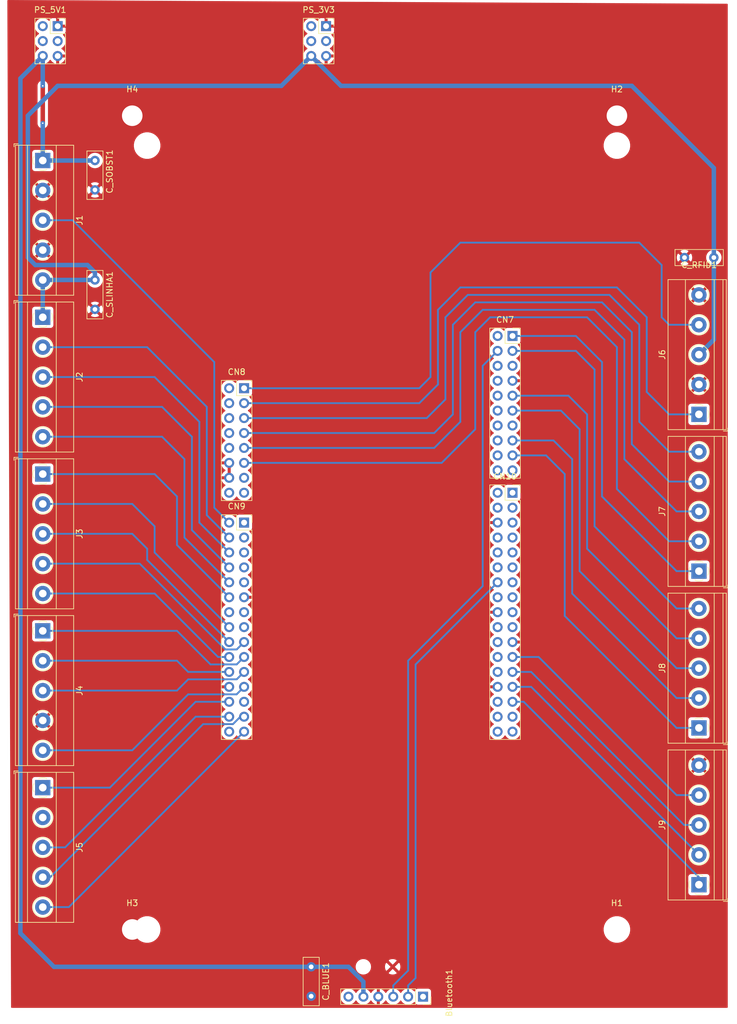
<source format=kicad_pcb>
(kicad_pcb (version 20171130) (host pcbnew "(5.1.9)-1")
  (layers (0 F.Cu signal) (31 B.Cu signal) (34 B.Paste user) (35 F.Paste user) (36 B.SilkS user) (37 F.SilkS user) (38 B.Mask user) (39 F.Mask user) (44 Edge.Cuts user))
  (net 0 "")
  (net 1 "Net-(Bluetooth1-Pad6)")
  (net 2 +5V)
  (net 3 GND)
  (net 4 PB15)
  (net 5 PB6)
  (net 6 "Net-(Bluetooth1-Pad1)")
  (net 7 PB4)
  (net 8 PF12)
  (net 9 PA4)
  (net 10 PD15)
  (net 11 PB3)
  (net 12 PD14)
  (net 13 PB5)
  (net 14 PA7)
  (net 15 PC7)
  (net 16 PA6)
  (net 17 PA15)
  (net 18 PA5)
  (net 19 PB12)
  (net 20 PB13)
  (net 21 AVDD)
  (net 22 PB9)
  (net 23 PC6)
  (net 24 PB8)
  (net 25 VIN)
  (net 26 PG3)
  (net 27 PG2)
  (net 28 PD2)
  (net 29 5V)
  (net 30 PC12)
  (net 31 3.3V)
  (net 32 PC11)
  (net 33 RSET)
  (net 34 PC10)
  (net 35 IOREF)
  (net 36 PC9)
  (net 37 NC)
  (net 38 PC8)
  (net 39 PG0)
  (net 40 PG1)
  (net 41 PD1)
  (net 42 PF9)
  (net 43 PD0)
  (net 44 PF7´)
  (net 45 PF8)
  (net 46 PF0)
  (net 47 PE3)
  (net 48 PF1)
  (net 49 PE6)
  (net 50 PF2)
  (net 51 PE5)
  (net 52 PE4)
  (net 53 PE2)
  (net 54 PF10)
  (net 55 PF5)
  (net 56 PD3)
  (net 57 PF3)
  (net 58 PD4)
  (net 59 PC3)
  (net 60 PD5)
  (net 61 PC0)
  (net 62 PD6)
  (net 63 PA3)
  (net 64 PD7)
  (net 65 PE0)
  (net 66 PB11)
  (net 67 PB0)
  (net 68 PB10)
  (net 69 PA0)
  (net 70 PE15)
  (net 71 PE14)
  (net 72 PE12)
  (net 73 PD11)
  (net 74 PE10)
  (net 75 PD12)
  (net 76 PD13)
  (net 77 PE7)
  (net 78 PE8)
  (net 79 PB2)
  (net 80 PG9)
  (net 81 PG14)
  (net 82 PF4)
  (net 83 PF15)
  (net 84 PC2)
  (net 85 PE13)
  (net 86 PB1)
  (net 87 PF14)
  (net 88 PE11)
  (net 89 AGND)
  (net 90 PE9)
  (net 91 PF13)
  (net 92 +3V3)
  (net 93 "Net-(PS_3V3-Pad4)")
  (net 94 "Net-(PS_3V3-Pad3)")
  (net 95 "Net-(PS_5V1-Pad4)")
  (net 96 "Net-(PS_5V1-Pad3)")
  (net 97 PF7)
  (module TerminalBlock_Phoenix:TerminalBlock_Phoenix_MKDS-1,5-5-5.08_1x05_P5.08mm_Horizontal (layer F.Cu) (at 160.02 173.99 90)
    (fp_text reference J9 (at 10.16 -6.26 90) (layer F.SilkS))
    (fp_text value Screw_Terminal_01x04)
    (pad 5 thru_hole circle (at 20.32 0 90) (size 2.6 2.6) (drill 1.3) (layers *.Cu *.Mask) (net 3 GND))
    (pad 4 thru_hole circle (at 15.24 0 90) (size 2.6 2.6) (drill 1.3) (layers *.Cu *.Mask) (net 74 PE10))
    (pad 3 thru_hole circle (at 10.16 0 90) (size 2.6 2.6) (drill 1.3) (layers *.Cu *.Mask) (net 72 PE12))
    (pad 2 thru_hole circle (at 5.08 0 90) (size 2.6 2.6) (drill 1.3) (layers *.Cu *.Mask) (net 71 PE14))
    (pad 1 thru_hole rect (at 0 0 90) (size 2.6 2.6) (drill 1.3) (layers *.Cu *.Mask) (net 70 PE15))
  )
  (module TerminalBlock_Phoenix:TerminalBlock_Phoenix_MKDS-1,5-5-5.08_1x05_P5.08mm_Horizontal (layer F.Cu) (at 160.02 147.32 90)
    (fp_text reference J8 (at 10.16 -6.26 90) (layer F.SilkS))
    (fp_text value Screw_Terminal_01x04)
    (pad 5 thru_hole circle (at 20.32 0 90) (size 2.6 2.6) (drill 1.3) (layers *.Cu *.Mask) (net 22 PB9))
    (pad 4 thru_hole circle (at 15.24 0 90) (size 2.6 2.6) (drill 1.3) (layers *.Cu *.Mask) (net 18 PA5))
    (pad 3 thru_hole circle (at 10.16 0 90) (size 2.6 2.6) (drill 1.3) (layers *.Cu *.Mask) (net 16 PA6))
    (pad 2 thru_hole circle (at 5.08 0 90) (size 2.6 2.6) (drill 1.3) (layers *.Cu *.Mask) (net 12 PD14))
    (pad 1 thru_hole rect (at 0 0 90) (size 2.6 2.6) (drill 1.3) (layers *.Cu *.Mask) (net 10 PD15))
  )
  (module TerminalBlock_Phoenix:TerminalBlock_Phoenix_MKDS-1,5-5-5.08_1x05_P5.08mm_Horizontal (layer F.Cu) (at 160.02 120.65 90)
    (fp_text reference J7 (at 10.16 -6.26 90) (layer F.SilkS))
    (fp_text value Screw_Terminal_01x04)
    (pad 5 thru_hole circle (at 20.32 0 90) (size 2.6 2.6) (drill 1.3) (layers *.Cu *.Mask) (net 34 PC10))
    (pad 4 thru_hole circle (at 15.24 0 90) (size 2.6 2.6) (drill 1.3) (layers *.Cu *.Mask) (net 32 PC11))
    (pad 3 thru_hole circle (at 10.16 0 90) (size 2.6 2.6) (drill 1.3) (layers *.Cu *.Mask) (net 30 PC12))
    (pad 2 thru_hole circle (at 5.08 0 90) (size 2.6 2.6) (drill 1.3) (layers *.Cu *.Mask) (net 28 PD2))
    (pad 1 thru_hole rect (at 0 0 90) (size 2.6 2.6) (drill 1.3) (layers *.Cu *.Mask) (net 24 PB8))
  )
  (module TerminalBlock_Phoenix:TerminalBlock_Phoenix_MKDS-1,5-5-5.08_1x05_P5.08mm_Horizontal (layer F.Cu) (at 160.02 93.98 90)
    (fp_text reference J6 (at 10.16 -6.26 90) (layer F.SilkS))
    (fp_text value Screw_Terminal_01x04)
    (pad 5 thru_hole circle (at 20.32 0 90) (size 2.6 2.6) (drill 1.3) (layers *.Cu *.Mask) (net 3 GND))
    (pad 4 thru_hole circle (at 15.24 0 90) (size 2.6 2.6) (drill 1.3) (layers *.Cu *.Mask) (net 38 PC8))
    (pad 3 thru_hole circle (at 10.16 0 90) (size 2.6 2.6) (drill 1.3) (layers *.Cu *.Mask) (net 92 +3V3))
    (pad 2 thru_hole circle (at 5.08 0 90) (size 2.6 2.6) (drill 1.3) (layers *.Cu *.Mask) (net 3 GND))
    (pad 1 thru_hole rect (at 0 0 90) (size 2.6 2.6) (drill 1.3) (layers *.Cu *.Mask) (net 36 PC9))
  )
  (module Capacitor_THT:C_Disc_D8.0mm_W2.5mm_P5.00mm (layer F.Cu) (at 57.15 50.8 270)
    (fp_text reference C_SOBST1 (at 1.88 -2.5 90) (layer F.SilkS))
    (fp_text value C)
    (pad 2 thru_hole circle (at 5 0 270) (size 1.6 1.6) (drill 0.8) (layers *.Cu *.Mask) (net 3 GND))
    (pad 1 thru_hole circle (at 0 0 270) (size 1.6 1.6) (drill 0.8) (layers *.Cu *.Mask) (net 2 +5V))
  )
  (module Capacitor_THT:C_Disc_D8.0mm_W2.5mm_P5.00mm (layer F.Cu) (at 57.15 71.12 270)
    (fp_text reference C_SLINHA1 (at 2.5 -2.5 90) (layer F.SilkS))
    (fp_text value C)
    (pad 2 thru_hole circle (at 5 0 270) (size 1.6 1.6) (drill 0.8) (layers *.Cu *.Mask) (net 3 GND))
    (pad 1 thru_hole circle (at 0 0 270) (size 1.6 1.6) (drill 0.8) (layers *.Cu *.Mask) (net 92 +3V3))
  )
  (module TerminalBlock_Phoenix:TerminalBlock_Phoenix_MKDS-1,5-5-5.08_1x05_P5.08mm_Horizontal (layer F.Cu) (at 48.26 50.8 270)
    (fp_text reference J1 (at 10.16 -6.26 90) (layer F.SilkS))
    (fp_text value Screw_Terminal_01x05)
    (pad 5 thru_hole circle (at 20.32 0 270) (size 2.6 2.6) (drill 1.3) (layers *.Cu *.Mask) (net 92 +3V3))
    (pad 4 thru_hole circle (at 15.24 0 270) (size 2.6 2.6) (drill 1.3) (layers *.Cu *.Mask) (net 3 GND))
    (pad 3 thru_hole circle (at 10.16 0 270) (size 2.6 2.6) (drill 1.3) (layers *.Cu *.Mask) (net 63 PA3))
    (pad 2 thru_hole circle (at 5.08 0 270) (size 2.6 2.6) (drill 1.3) (layers *.Cu *.Mask) (net 3 GND))
    (pad 1 thru_hole rect (at 0 0 270) (size 2.6 2.6) (drill 1.3) (layers *.Cu *.Mask) (net 2 +5V))
  )
  (module TerminalBlock_Phoenix:TerminalBlock_Phoenix_MKDS-1,5-5-5.08_1x05_P5.08mm_Horizontal (layer F.Cu) (at 48.26 157.48 270)
    (fp_text reference J5 (at 10.16 -6.26 90) (layer F.SilkS))
    (fp_text value Screw_Terminal_01x05)
    (pad 5 thru_hole circle (at 20.32 0 270) (size 2.6 2.6) (drill 1.3) (layers *.Cu *.Mask) (net 40 PG1))
    (pad 4 thru_hole circle (at 15.24 0 270) (size 2.6 2.6) (drill 1.3) (layers *.Cu *.Mask) (net 42 PF9))
    (pad 3 thru_hole circle (at 10.16 0 270) (size 2.6 2.6) (drill 1.3) (layers *.Cu *.Mask) (net 41 PD1))
    (pad 2 thru_hole circle (at 5.08 0 270) (size 2.6 2.6) (drill 1.3) (layers *.Cu *.Mask) (net 97 PF7))
    (pad 1 thru_hole rect (at 0 0 270) (size 2.6 2.6) (drill 1.3) (layers *.Cu *.Mask) (net 43 PD0))
  )
  (module TerminalBlock_Phoenix:TerminalBlock_Phoenix_MKDS-1,5-5-5.08_1x05_P5.08mm_Horizontal (layer F.Cu) (at 48.26 130.81 270)
    (fp_text reference J4 (at 10.16 -6.26 90) (layer F.SilkS))
    (fp_text value Screw_Terminal_01x05)
    (pad 5 thru_hole circle (at 20.32 0 270) (size 2.6 2.6) (drill 1.3) (layers *.Cu *.Mask) (net 45 PF8))
    (pad 4 thru_hole circle (at 15.24 0 270) (size 2.6 2.6) (drill 1.3) (layers *.Cu *.Mask) (net 3 GND))
    (pad 3 thru_hole circle (at 10.16 0 270) (size 2.6 2.6) (drill 1.3) (layers *.Cu *.Mask) (net 47 PE3))
    (pad 2 thru_hole circle (at 5.08 0 270) (size 2.6 2.6) (drill 1.3) (layers *.Cu *.Mask) (net 46 PF0))
    (pad 1 thru_hole rect (at 0 0 270) (size 2.6 2.6) (drill 1.3) (layers *.Cu *.Mask) (net 49 PE6))
  )
  (module TerminalBlock_Phoenix:TerminalBlock_Phoenix_MKDS-1,5-5-5.08_1x05_P5.08mm_Horizontal (layer F.Cu) (at 48.26 104.14 270)
    (fp_text reference J3 (at 10.16 -6.26 90) (layer F.SilkS))
    (fp_text value Screw_Terminal_01x05)
    (pad 5 thru_hole circle (at 20.32 0 270) (size 2.6 2.6) (drill 1.3) (layers *.Cu *.Mask) (net 48 PF1))
    (pad 4 thru_hole circle (at 15.24 0 270) (size 2.6 2.6) (drill 1.3) (layers *.Cu *.Mask) (net 51 PE5))
    (pad 3 thru_hole circle (at 10.16 0 270) (size 2.6 2.6) (drill 1.3) (layers *.Cu *.Mask) (net 50 PF2))
    (pad 2 thru_hole circle (at 5.08 0 270) (size 2.6 2.6) (drill 1.3) (layers *.Cu *.Mask) (net 14 PA7))
    (pad 1 thru_hole rect (at 0 0 270) (size 2.6 2.6) (drill 1.3) (layers *.Cu *.Mask) (net 54 PF10))
  )
  (module TerminalBlock_Phoenix:TerminalBlock_Phoenix_MKDS-1,5-5-5.08_1x05_P5.08mm_Horizontal (layer F.Cu) (at 48.26 77.47 270)
    (fp_text reference J2 (at 10.16 -6.26 90) (layer F.SilkS))
    (fp_text value Screw_Terminal_01x05)
    (pad 5 thru_hole circle (at 20.32 0 270) (size 2.6 2.6) (drill 1.3) (layers *.Cu *.Mask) (net 55 PF5))
    (pad 4 thru_hole circle (at 15.24 0 270) (size 2.6 2.6) (drill 1.3) (layers *.Cu *.Mask) (net 57 PF3))
    (pad 3 thru_hole circle (at 10.16 0 270) (size 2.6 2.6) (drill 1.3) (layers *.Cu *.Mask) (net 59 PC3))
    (pad 2 thru_hole circle (at 5.08 0 270) (size 2.6 2.6) (drill 1.3) (layers *.Cu *.Mask) (net 61 PC0))
    (pad 1 thru_hole rect (at 0 0 270) (size 2.6 2.6) (drill 1.3) (layers *.Cu *.Mask) (net 92 +3V3))
  )
  (module MountingHole:MountingHole_3.5mm (layer F.Cu) (at 63.5 43.18)
    (fp_text reference H4 (at 0 -4.5) (layer F.SilkS))
    (fp_text value MountingHole)
    (pad 1 np_thru_hole circle (at 0 0) (size 3.5 3.5) (drill 3.5) (layers *.Cu *.Mask))
  )
  (module MountingHole:MountingHole_3.5mm (layer F.Cu) (at 63.5 181.61)
    (fp_text reference H3 (at 0 -4.5) (layer F.SilkS))
    (fp_text value MountingHole)
    (pad 1 np_thru_hole circle (at 0 0) (size 3.5 3.5) (drill 3.5) (layers *.Cu *.Mask))
  )
  (module MountingHole:MountingHole_3.5mm (layer F.Cu) (at 146.05 43.18)
    (fp_text reference H2 (at 0 -4.5) (layer F.SilkS))
    (fp_text value MountingHole)
    (pad 1 np_thru_hole circle (at 0 0) (size 3.5 3.5) (drill 3.5) (layers *.Cu *.Mask))
  )
  (module MountingHole:MountingHole_3.5mm (layer F.Cu) (at 146.05 181.61)
    (fp_text reference H1 (at 0 -4.5) (layer F.SilkS))
    (fp_text value MountingHole)
    (pad 1 np_thru_hole circle (at 0 0) (size 3.5 3.5) (drill 3.5) (layers *.Cu *.Mask))
  )
  (module Capacitor_THT:C_Disc_D8.0mm_W2.5mm_P5.00mm (layer F.Cu) (at 162.56 67.31 180)
    (fp_text reference C_RFID1 (at 2.5 -1.27) (layer F.SilkS))
    (fp_text value C)
    (pad 2 thru_hole circle (at 5 0 180) (size 1.6 1.6) (drill 0.8) (layers *.Cu *.Mask) (net 3 GND))
    (pad 1 thru_hole circle (at 0 0 180) (size 1.6 1.6) (drill 0.8) (layers *.Cu *.Mask) (net 92 +3V3))
  )
  (module Capacitor_THT:C_Disc_D8.0mm_W2.5mm_P5.00mm (layer F.Cu) (at 93.98 187.96 270)
    (fp_text reference C_BLUE1 (at 2.5 -2.5 90) (layer F.SilkS))
    (fp_text value C)
    (pad 2 thru_hole circle (at 5 0 270) (size 1.6 1.6) (drill 0.8) (layers *.Cu *.Mask) (net 3 GND))
    (pad 1 thru_hole circle (at 0 0 270) (size 1.6 1.6) (drill 0.8) (layers *.Cu *.Mask) (net 2 +5V))
  )
  (module Connector_PinSocket_2.54mm:PinSocket_2x03_P2.54mm_Vertical (layer F.Cu) (at 50.8 27.94)
    (fp_text reference PS_5V1 (at -1.27 -2.77) (layer F.SilkS))
    (fp_text value Screw_Terminal_02x03)
    (pad 6 thru_hole oval (at -2.54 5.08) (size 1.7 1.7) (drill 1) (layers *.Cu *.Mask) (net 2 +5V))
    (pad 5 thru_hole oval (at 0 5.08) (size 1.7 1.7) (drill 1) (layers *.Cu *.Mask) (net 3 GND))
    (pad 4 thru_hole oval (at -2.54 2.54) (size 1.7 1.7) (drill 1) (layers *.Cu *.Mask) (net 95 "Net-(PS_5V1-Pad4)"))
    (pad 3 thru_hole oval (at 0 2.54) (size 1.7 1.7) (drill 1) (layers *.Cu *.Mask) (net 96 "Net-(PS_5V1-Pad3)"))
    (pad 2 thru_hole oval (at -2.54 0) (size 1.7 1.7) (drill 1) (layers *.Cu *.Mask) (net 2 +5V))
    (pad 1 thru_hole rect (at 0 0) (size 1.7 1.7) (drill 1) (layers *.Cu *.Mask) (net 3 GND))
  )
  (module Connector_PinSocket_2.54mm:PinSocket_2x03_P2.54mm_Vertical (layer F.Cu) (at 96.52 27.94)
    (fp_text reference PS_3V3 (at -1.27 -2.77) (layer F.SilkS))
    (fp_text value Screw_Terminal_02x03)
    (pad 6 thru_hole oval (at -2.54 5.08) (size 1.7 1.7) (drill 1) (layers *.Cu *.Mask) (net 92 +3V3))
    (pad 5 thru_hole oval (at 0 5.08) (size 1.7 1.7) (drill 1) (layers *.Cu *.Mask) (net 3 GND))
    (pad 4 thru_hole oval (at -2.54 2.54) (size 1.7 1.7) (drill 1) (layers *.Cu *.Mask) (net 93 "Net-(PS_3V3-Pad4)"))
    (pad 3 thru_hole oval (at 0 2.54) (size 1.7 1.7) (drill 1) (layers *.Cu *.Mask) (net 94 "Net-(PS_3V3-Pad3)"))
    (pad 2 thru_hole oval (at -2.54 0) (size 1.7 1.7) (drill 1) (layers *.Cu *.Mask) (net 92 +3V3))
    (pad 1 thru_hole rect (at 0 0) (size 1.7 1.7) (drill 1) (layers *.Cu *.Mask) (net 3 GND))
  )
  (module Connector_PinSocket_2.54mm:PinSocket_2x17_P2.54mm_Vertical (layer F.Cu) (at 128.27 107.315)
    (fp_text reference CN10 (at -1.27 -2.77) (layer F.SilkS))
    (fp_text value Conn_02x17_Odd_Even)
    (pad 34 thru_hole oval (at -2.54 40.64) (size 1.7 1.7) (drill 1) (layers *.Cu *.Mask) (net 65 PE0))
    (pad 33 thru_hole oval (at 0 40.64) (size 1.7 1.7) (drill 1) (layers *.Cu *.Mask) (net 66 PB11))
    (pad 32 thru_hole oval (at -2.54 38.1) (size 1.7 1.7) (drill 1) (layers *.Cu *.Mask) (net 67 PB0))
    (pad 31 thru_hole oval (at 0 38.1) (size 1.7 1.7) (drill 1) (layers *.Cu *.Mask) (net 68 PB10))
    (pad 30 thru_hole oval (at -2.54 35.56) (size 1.7 1.7) (drill 1) (layers *.Cu *.Mask) (net 69 PA0))
    (pad 29 thru_hole oval (at 0 35.56) (size 1.7 1.7) (drill 1) (layers *.Cu *.Mask) (net 70 PE15))
    (pad 28 thru_hole oval (at -2.54 33.02) (size 1.7 1.7) (drill 1) (layers *.Cu *.Mask) (net 3 GND))
    (pad 27 thru_hole oval (at 0 33.02) (size 1.7 1.7) (drill 1) (layers *.Cu *.Mask) (net 71 PE14))
    (pad 26 thru_hole oval (at -2.54 30.48) (size 1.7 1.7) (drill 1) (layers *.Cu *.Mask) (net 53 PE2))
    (pad 25 thru_hole oval (at 0 30.48) (size 1.7 1.7) (drill 1) (layers *.Cu *.Mask) (net 72 PE12))
    (pad 24 thru_hole oval (at -2.54 27.94) (size 1.7 1.7) (drill 1) (layers *.Cu *.Mask) (net 73 PD11))
    (pad 23 thru_hole oval (at 0 27.94) (size 1.7 1.7) (drill 1) (layers *.Cu *.Mask) (net 74 PE10))
    (pad 22 thru_hole oval (at -2.54 25.4) (size 1.7 1.7) (drill 1) (layers *.Cu *.Mask) (net 75 PD12))
    (pad 21 thru_hole oval (at 0 25.4) (size 1.7 1.7) (drill 1) (layers *.Cu *.Mask) (net 3 GND))
    (pad 20 thru_hole oval (at -2.54 22.86) (size 1.7 1.7) (drill 1) (layers *.Cu *.Mask) (net 76 PD13))
    (pad 19 thru_hole oval (at 0 22.86) (size 1.7 1.7) (drill 1) (layers *.Cu *.Mask) (net 77 PE7))
    (pad 18 thru_hole oval (at -2.54 20.32) (size 1.7 1.7) (drill 1) (layers *.Cu *.Mask) (net 3 GND))
    (pad 17 thru_hole oval (at 0 20.32) (size 1.7 1.7) (drill 1) (layers *.Cu *.Mask) (net 78 PE8))
    (pad 16 thru_hole oval (at -2.54 17.78) (size 1.7 1.7) (drill 1) (layers *.Cu *.Mask) (net 79 PB2))
    (pad 15 thru_hole oval (at 0 17.78) (size 1.7 1.7) (drill 1) (layers *.Cu *.Mask) (net 80 PG9))
    (pad 14 thru_hole oval (at -2.54 15.24) (size 1.7 1.7) (drill 1) (layers *.Cu *.Mask) (net 5 PB6))
    (pad 13 thru_hole oval (at 0 15.24) (size 1.7 1.7) (drill 1) (layers *.Cu *.Mask) (net 81 PG14))
    (pad 12 thru_hole oval (at -2.54 12.7) (size 1.7 1.7) (drill 1) (layers *.Cu *.Mask) (net 82 PF4))
    (pad 11 thru_hole oval (at 0 12.7) (size 1.7 1.7) (drill 1) (layers *.Cu *.Mask) (net 83 PF15))
    (pad 10 thru_hole oval (at -2.54 10.16) (size 1.7 1.7) (drill 1) (layers *.Cu *.Mask) (net 84 PC2))
    (pad 9 thru_hole oval (at 0 10.16) (size 1.7 1.7) (drill 1) (layers *.Cu *.Mask) (net 85 PE13))
    (pad 8 thru_hole oval (at -2.54 7.62) (size 1.7 1.7) (drill 1) (layers *.Cu *.Mask) (net 86 PB1))
    (pad 7 thru_hole oval (at 0 7.62) (size 1.7 1.7) (drill 1) (layers *.Cu *.Mask) (net 87 PF14))
    (pad 6 thru_hole oval (at -2.54 5.08) (size 1.7 1.7) (drill 1) (layers *.Cu *.Mask) (net 3 GND))
    (pad 5 thru_hole oval (at 0 5.08) (size 1.7 1.7) (drill 1) (layers *.Cu *.Mask) (net 88 PE11))
    (pad 4 thru_hole oval (at -2.54 2.54) (size 1.7 1.7) (drill 1) (layers *.Cu *.Mask) (net 89 AGND))
    (pad 3 thru_hole oval (at 0 2.54) (size 1.7 1.7) (drill 1) (layers *.Cu *.Mask) (net 90 PE9))
    (pad 2 thru_hole oval (at -2.54 0) (size 1.7 1.7) (drill 1) (layers *.Cu *.Mask) (net 21 AVDD))
    (pad 1 thru_hole rect (at 0 0) (size 1.7 1.7) (drill 1) (layers *.Cu *.Mask) (net 91 PF13))
  )
  (module Connector_PinSocket_2.54mm:PinSocket_2x15_P2.54mm_Vertical (layer F.Cu) (at 82.55 112.395)
    (fp_text reference CN9 (at -1.27 -2.77) (layer F.SilkS))
    (fp_text value Conn_02x15_Odd_Even)
    (pad 30 thru_hole oval (at -2.54 35.56) (size 1.7 1.7) (drill 1) (layers *.Cu *.Mask) (net 39 PG0))
    (pad 29 thru_hole oval (at 0 35.56) (size 1.7 1.7) (drill 1) (layers *.Cu *.Mask) (net 40 PG1))
    (pad 28 thru_hole oval (at -2.54 33.02) (size 1.7 1.7) (drill 1) (layers *.Cu *.Mask) (net 41 PD1))
    (pad 27 thru_hole oval (at 0 33.02) (size 1.7 1.7) (drill 1) (layers *.Cu *.Mask) (net 42 PF9))
    (pad 26 thru_hole oval (at -2.54 30.48) (size 1.7 1.7) (drill 1) (layers *.Cu *.Mask) (net 43 PD0))
    (pad 25 thru_hole oval (at 0 30.48) (size 1.7 1.7) (drill 1) (layers *.Cu *.Mask) (net 44 PF7´))
    (pad 24 thru_hole oval (at -2.54 27.94) (size 1.7 1.7) (drill 1) (layers *.Cu *.Mask) (net 3 GND))
    (pad 23 thru_hole oval (at 0 27.94) (size 1.7 1.7) (drill 1) (layers *.Cu *.Mask) (net 45 PF8))
    (pad 22 thru_hole oval (at -2.54 25.4) (size 1.7 1.7) (drill 1) (layers *.Cu *.Mask) (net 46 PF0))
    (pad 21 thru_hole oval (at 0 25.4) (size 1.7 1.7) (drill 1) (layers *.Cu *.Mask) (net 47 PE3))
    (pad 20 thru_hole oval (at -2.54 22.86) (size 1.7 1.7) (drill 1) (layers *.Cu *.Mask) (net 48 PF1))
    (pad 19 thru_hole oval (at 0 22.86) (size 1.7 1.7) (drill 1) (layers *.Cu *.Mask) (net 49 PE6))
    (pad 18 thru_hole oval (at -2.54 20.32) (size 1.7 1.7) (drill 1) (layers *.Cu *.Mask) (net 50 PF2))
    (pad 17 thru_hole oval (at 0 20.32) (size 1.7 1.7) (drill 1) (layers *.Cu *.Mask) (net 51 PE5))
    (pad 16 thru_hole oval (at -2.54 17.78) (size 1.7 1.7) (drill 1) (layers *.Cu *.Mask) (net 14 PA7))
    (pad 15 thru_hole oval (at 0 17.78) (size 1.7 1.7) (drill 1) (layers *.Cu *.Mask) (net 52 PE4))
    (pad 14 thru_hole oval (at -2.54 15.24) (size 1.7 1.7) (drill 1) (layers *.Cu *.Mask) (net 37 NC))
    (pad 13 thru_hole oval (at 0 15.24) (size 1.7 1.7) (drill 1) (layers *.Cu *.Mask) (net 53 PE2))
    (pad 12 thru_hole oval (at -2.54 12.7) (size 1.7 1.7) (drill 1) (layers *.Cu *.Mask) (net 54 PF10))
    (pad 11 thru_hole oval (at 0 12.7) (size 1.7 1.7) (drill 1) (layers *.Cu *.Mask) (net 3 GND))
    (pad 10 thru_hole oval (at -2.54 10.16) (size 1.7 1.7) (drill 1) (layers *.Cu *.Mask) (net 55 PF5))
    (pad 9 thru_hole oval (at 0 10.16) (size 1.7 1.7) (drill 1) (layers *.Cu *.Mask) (net 56 PD3))
    (pad 8 thru_hole oval (at -2.54 7.62) (size 1.7 1.7) (drill 1) (layers *.Cu *.Mask) (net 57 PF3))
    (pad 7 thru_hole oval (at 0 7.62) (size 1.7 1.7) (drill 1) (layers *.Cu *.Mask) (net 58 PD4))
    (pad 6 thru_hole oval (at -2.54 5.08) (size 1.7 1.7) (drill 1) (layers *.Cu *.Mask) (net 59 PC3))
    (pad 5 thru_hole oval (at 0 5.08) (size 1.7 1.7) (drill 1) (layers *.Cu *.Mask) (net 60 PD5))
    (pad 4 thru_hole oval (at -2.54 2.54) (size 1.7 1.7) (drill 1) (layers *.Cu *.Mask) (net 61 PC0))
    (pad 3 thru_hole oval (at 0 2.54) (size 1.7 1.7) (drill 1) (layers *.Cu *.Mask) (net 62 PD6))
    (pad 2 thru_hole oval (at -2.54 0) (size 1.7 1.7) (drill 1) (layers *.Cu *.Mask) (net 63 PA3))
    (pad 1 thru_hole rect (at 0 0) (size 1.7 1.7) (drill 1) (layers *.Cu *.Mask) (net 64 PD7))
  )
  (module Connector_PinSocket_2.54mm:PinSocket_2x08_P2.54mm_Vertical (layer F.Cu) (at 82.55 89.535)
    (fp_text reference CN8 (at -1.27 -2.77) (layer F.SilkS))
    (fp_text value Conn_02x08_Odd_Even)
    (pad 16 thru_hole oval (at -2.54 17.78) (size 1.7 1.7) (drill 1) (layers *.Cu *.Mask) (net 25 VIN))
    (pad 15 thru_hole oval (at 0 17.78) (size 1.7 1.7) (drill 1) (layers *.Cu *.Mask) (net 26 PG3))
    (pad 14 thru_hole oval (at -2.54 15.24) (size 1.7 1.7) (drill 1) (layers *.Cu *.Mask) (net 3 GND))
    (pad 13 thru_hole oval (at 0 15.24) (size 1.7 1.7) (drill 1) (layers *.Cu *.Mask) (net 27 PG2))
    (pad 12 thru_hole oval (at -2.54 12.7) (size 1.7 1.7) (drill 1) (layers *.Cu *.Mask) (net 3 GND))
    (pad 11 thru_hole oval (at 0 12.7) (size 1.7 1.7) (drill 1) (layers *.Cu *.Mask) (net 28 PD2))
    (pad 10 thru_hole oval (at -2.54 10.16) (size 1.7 1.7) (drill 1) (layers *.Cu *.Mask) (net 29 5V))
    (pad 9 thru_hole oval (at 0 10.16) (size 1.7 1.7) (drill 1) (layers *.Cu *.Mask) (net 30 PC12))
    (pad 8 thru_hole oval (at -2.54 7.62) (size 1.7 1.7) (drill 1) (layers *.Cu *.Mask) (net 31 3.3V))
    (pad 7 thru_hole oval (at 0 7.62) (size 1.7 1.7) (drill 1) (layers *.Cu *.Mask) (net 32 PC11))
    (pad 6 thru_hole oval (at -2.54 5.08) (size 1.7 1.7) (drill 1) (layers *.Cu *.Mask) (net 33 RSET))
    (pad 5 thru_hole oval (at 0 5.08) (size 1.7 1.7) (drill 1) (layers *.Cu *.Mask) (net 34 PC10))
    (pad 4 thru_hole oval (at -2.54 2.54) (size 1.7 1.7) (drill 1) (layers *.Cu *.Mask) (net 35 IOREF))
    (pad 3 thru_hole oval (at 0 2.54) (size 1.7 1.7) (drill 1) (layers *.Cu *.Mask) (net 36 PC9))
    (pad 2 thru_hole oval (at -2.54 0) (size 1.7 1.7) (drill 1) (layers *.Cu *.Mask) (net 37 NC))
    (pad 1 thru_hole rect (at 0 0) (size 1.7 1.7) (drill 1) (layers *.Cu *.Mask) (net 38 PC8))
  )
  (module Connector_PinSocket_2.54mm:PinSocket_2x10_P2.54mm_Vertical (layer F.Cu) (at 128.27 80.645)
    (fp_text reference CN7 (at -1.27 -2.77) (layer F.SilkS))
    (fp_text value Conn_02x10_Odd_Even)
    (pad 20 thru_hole oval (at -2.54 22.86) (size 1.7 1.7) (drill 1) (layers *.Cu *.Mask) (net 7 PB4))
    (pad 19 thru_hole oval (at 0 22.86) (size 1.7 1.7) (drill 1) (layers *.Cu *.Mask) (net 8 PF12))
    (pad 18 thru_hole oval (at -2.54 20.32) (size 1.7 1.7) (drill 1) (layers *.Cu *.Mask) (net 9 PA4))
    (pad 17 thru_hole oval (at 0 20.32) (size 1.7 1.7) (drill 1) (layers *.Cu *.Mask) (net 10 PD15))
    (pad 16 thru_hole oval (at -2.54 17.78) (size 1.7 1.7) (drill 1) (layers *.Cu *.Mask) (net 11 PB3))
    (pad 15 thru_hole oval (at 0 17.78) (size 1.7 1.7) (drill 1) (layers *.Cu *.Mask) (net 12 PD14))
    (pad 14 thru_hole oval (at -2.54 15.24) (size 1.7 1.7) (drill 1) (layers *.Cu *.Mask) (net 13 PB5))
    (pad 13 thru_hole oval (at 0 15.24) (size 1.7 1.7) (drill 1) (layers *.Cu *.Mask) (net 14 PA7))
    (pad 12 thru_hole oval (at -2.54 12.7) (size 1.7 1.7) (drill 1) (layers *.Cu *.Mask) (net 15 PC7))
    (pad 11 thru_hole oval (at 0 12.7) (size 1.7 1.7) (drill 1) (layers *.Cu *.Mask) (net 16 PA6))
    (pad 10 thru_hole oval (at -2.54 10.16) (size 1.7 1.7) (drill 1) (layers *.Cu *.Mask) (net 17 PA15))
    (pad 9 thru_hole oval (at 0 10.16) (size 1.7 1.7) (drill 1) (layers *.Cu *.Mask) (net 18 PA5))
    (pad 8 thru_hole oval (at -2.54 7.62) (size 1.7 1.7) (drill 1) (layers *.Cu *.Mask) (net 19 PB12))
    (pad 7 thru_hole oval (at 0 7.62) (size 1.7 1.7) (drill 1) (layers *.Cu *.Mask) (net 3 GND))
    (pad 6 thru_hole oval (at -2.54 5.08) (size 1.7 1.7) (drill 1) (layers *.Cu *.Mask) (net 20 PB13))
    (pad 5 thru_hole oval (at 0 5.08) (size 1.7 1.7) (drill 1) (layers *.Cu *.Mask) (net 21 AVDD))
    (pad 4 thru_hole oval (at -2.54 2.54) (size 1.7 1.7) (drill 1) (layers *.Cu *.Mask) (net 4 PB15))
    (pad 3 thru_hole oval (at 0 2.54) (size 1.7 1.7) (drill 1) (layers *.Cu *.Mask) (net 22 PB9))
    (pad 2 thru_hole oval (at -2.54 0) (size 1.7 1.7) (drill 1) (layers *.Cu *.Mask) (net 23 PC6))
    (pad 1 thru_hole rect (at 0 0) (size 1.7 1.7) (drill 1) (layers *.Cu *.Mask) (net 24 PB8))
  )
  (module Connector_PinSocket_2.54mm:PinSocket_1x06_P2.54mm_Vertical (layer F.Cu) (at 113.03 193.04 270)
    (fp_text reference Bluetooth1 (at -0.635 -4.445 90) (layer F.SilkS))
    (fp_text value Conn_01x06)
    (pad 6 thru_hole oval (at 0 12.7 270) (size 1.7 1.7) (drill 1) (layers *.Cu *.Mask) (net 1 "Net-(Bluetooth1-Pad6)"))
    (pad 5 thru_hole oval (at 0 10.16 270) (size 1.7 1.7) (drill 1) (layers *.Cu *.Mask) (net 2 +5V))
    (pad 4 thru_hole oval (at 0 7.62 270) (size 1.7 1.7) (drill 1) (layers *.Cu *.Mask) (net 3 GND))
    (pad 3 thru_hole oval (at 0 5.08 270) (size 1.7 1.7) (drill 1) (layers *.Cu *.Mask) (net 4 PB15))
    (pad 2 thru_hole oval (at 0 2.54 270) (size 1.7 1.7) (drill 1) (layers *.Cu *.Mask) (net 5 PB6))
    (pad 1 thru_hole rect (at 0 0 270) (size 1.7 1.7) (drill 1) (layers *.Cu *.Mask) (net 6 "Net-(Bluetooth1-Pad1)"))
  )
  (segment (start 102.87 193.675) (end 102.87 193.04) (width 0.3175) (layer B.Cu) (net 2))
  (via (at 48.26 44.45) (size 0.762) (drill 0.254) (layers F.Cu B.Cu) (net 2))
  (via (at 48.26 38.1) (size 0.762) (drill 0.254) (layers F.Cu B.Cu) (net 2))
  (segment (start 48.26 33.02) (end 48.26 38.1) (width 0.762) (layer B.Cu) (net 2))
  (segment (start 48.26 38.1) (end 48.26 44.45) (width 0.762) (layer F.Cu) (net 2))
  (segment (start 48.26 50.8) (end 48.26 44.45) (width 0.762) (layer B.Cu) (net 2))
  (segment (start 48.26 50.8) (end 55.88 50.8) (width 0.762) (layer B.Cu) (net 2))
  (segment (start 50.165 187.96) (end 44.45 182.245) (width 0.762) (layer B.Cu) (net 2))
  (segment (start 44.45 36.83) (end 48.26 33.02) (width 0.762) (layer B.Cu) (net 2))
  (segment (start 44.45 182.245) (end 44.45 36.83) (width 0.762) (layer B.Cu) (net 2))
  (segment (start 57.15 50.8) (end 55.88 50.8) (width 0.762) (layer B.Cu) (net 2))
  (segment (start 102.87 193.04) (end 102.87 190.5) (width 0.762) (layer B.Cu) (net 2))
  (segment (start 100.33 187.96) (end 93.98 187.96) (width 0.762) (layer B.Cu) (net 2))
  (segment (start 102.87 190.5) (end 100.33 187.96) (width 0.762) (layer B.Cu) (net 2))
  (segment (start 93.98 187.96) (end 50.165 187.96) (width 0.762) (layer B.Cu) (net 2))
  (segment (start 125.73 83.185) (end 125.73 83.82) (width 0.3175) (layer B.Cu) (net 4))
  (segment (start 123.19 85.725) (end 125.73 83.185) (width 0.3175) (layer B.Cu) (net 4))
  (segment (start 123.19 123.19) (end 123.19 85.725) (width 0.3175) (layer B.Cu) (net 4))
  (segment (start 110.49 188.595) (end 110.49 135.89) (width 0.3175) (layer B.Cu) (net 4))
  (segment (start 110.49 135.89) (end 123.19 123.19) (width 0.3175) (layer B.Cu) (net 4))
  (segment (start 107.95 191.135) (end 110.49 188.595) (width 0.3175) (layer B.Cu) (net 4))
  (segment (start 107.95 193.04) (end 107.95 191.135) (width 0.3175) (layer B.Cu) (net 4))
  (segment (start 111.76 136.525) (end 125.73 122.555) (width 0.3175) (layer B.Cu) (net 5))
  (segment (start 110.49 191.135) (end 111.76 189.865) (width 0.3175) (layer B.Cu) (net 5))
  (segment (start 111.76 189.865) (end 111.76 136.525) (width 0.3175) (layer B.Cu) (net 5))
  (segment (start 110.49 193.04) (end 110.49 191.135) (width 0.3175) (layer B.Cu) (net 5))
  (segment (start 128.941128 100.965) (end 128.27 100.965) (width 0.3175) (layer B.Cu) (net 10))
  (segment (start 160.02 147.32) (end 156.21 147.32) (width 0.3175) (layer B.Cu) (net 10))
  (segment (start 156.21 147.32) (end 137.16 128.27) (width 0.3175) (layer B.Cu) (net 10))
  (segment (start 137.16 128.27) (end 137.16 104.14) (width 0.3175) (layer B.Cu) (net 10))
  (segment (start 133.985 100.965) (end 128.27 100.965) (width 0.3175) (layer B.Cu) (net 10))
  (segment (start 137.16 104.14) (end 133.985 100.965) (width 0.3175) (layer B.Cu) (net 10))
  (segment (start 160.02 142.24) (end 156.21 142.24) (width 0.3175) (layer B.Cu) (net 12))
  (segment (start 156.21 142.24) (end 138.43 124.46) (width 0.3175) (layer B.Cu) (net 12))
  (segment (start 138.43 124.46) (end 138.43 101.6) (width 0.3175) (layer B.Cu) (net 12))
  (segment (start 135.255 98.425) (end 128.27 98.425) (width 0.3175) (layer B.Cu) (net 12))
  (segment (start 138.43 101.6) (end 135.255 98.425) (width 0.3175) (layer B.Cu) (net 12))
  (segment (start 80.01 130.175) (end 67.31 117.475) (width 0.3175) (layer B.Cu) (net 14))
  (segment (start 67.31 117.475) (end 67.31 113.03) (width 0.3175) (layer B.Cu) (net 14))
  (segment (start 63.5 109.22) (end 48.26 109.22) (width 0.3175) (layer B.Cu) (net 14))
  (segment (start 67.31 113.03) (end 63.5 109.22) (width 0.3175) (layer B.Cu) (net 14))
  (segment (start 128.27 93.98) (end 128.27 93.345) (width 0.3175) (layer B.Cu) (net 16))
  (segment (start 160.02 137.16) (end 156.21 137.16) (width 0.3175) (layer B.Cu) (net 16))
  (segment (start 156.21 137.16) (end 139.7 120.65) (width 0.3175) (layer B.Cu) (net 16))
  (segment (start 139.7 120.65) (end 139.7 96.52) (width 0.3175) (layer B.Cu) (net 16))
  (segment (start 136.525 93.345) (end 128.27 93.345) (width 0.3175) (layer B.Cu) (net 16))
  (segment (start 139.7 96.52) (end 136.525 93.345) (width 0.3175) (layer B.Cu) (net 16))
  (segment (start 160.02 132.08) (end 156.21 132.08) (width 0.3175) (layer B.Cu) (net 18))
  (segment (start 156.21 132.08) (end 140.97 116.84) (width 0.3175) (layer B.Cu) (net 18))
  (segment (start 140.97 116.84) (end 140.97 93.98) (width 0.3175) (layer B.Cu) (net 18))
  (segment (start 137.795 90.805) (end 128.27 90.805) (width 0.3175) (layer B.Cu) (net 18))
  (segment (start 140.97 93.98) (end 137.795 90.805) (width 0.3175) (layer B.Cu) (net 18))
  (segment (start 160.02 127) (end 156.21 127) (width 0.3175) (layer B.Cu) (net 22))
  (segment (start 156.21 127) (end 142.24 113.03) (width 0.3175) (layer B.Cu) (net 22))
  (segment (start 142.24 113.03) (end 142.24 86.36) (width 0.3175) (layer B.Cu) (net 22))
  (segment (start 139.065 83.185) (end 128.27 83.185) (width 0.3175) (layer B.Cu) (net 22))
  (segment (start 142.24 86.36) (end 139.065 83.185) (width 0.3175) (layer B.Cu) (net 22))
  (segment (start 160.02 120.65) (end 156.21 120.65) (width 0.3175) (layer B.Cu) (net 24))
  (segment (start 156.21 120.65) (end 143.51 107.95) (width 0.3175) (layer B.Cu) (net 24))
  (segment (start 143.51 107.95) (end 143.51 85.09) (width 0.3175) (layer B.Cu) (net 24))
  (segment (start 139.065 80.645) (end 128.27 80.645) (width 0.3175) (layer B.Cu) (net 24))
  (segment (start 143.51 85.09) (end 139.065 80.645) (width 0.3175) (layer B.Cu) (net 24))
  (segment (start 154.94 115.57) (end 160.02 115.57) (width 0.3175) (layer B.Cu) (net 28))
  (segment (start 124.46 77.47) (end 140.97 77.47) (width 0.3175) (layer B.Cu) (net 28))
  (segment (start 146.05 106.68) (end 154.94 115.57) (width 0.3175) (layer B.Cu) (net 28))
  (segment (start 140.97 77.47) (end 146.05 82.55) (width 0.3175) (layer B.Cu) (net 28))
  (segment (start 121.92 80.01) (end 124.46 77.47) (width 0.3175) (layer B.Cu) (net 28))
  (segment (start 146.05 82.55) (end 146.05 106.68) (width 0.3175) (layer B.Cu) (net 28))
  (segment (start 121.92 96.52) (end 121.92 80.01) (width 0.3175) (layer B.Cu) (net 28))
  (segment (start 116.205 102.235) (end 121.92 96.52) (width 0.3175) (layer B.Cu) (net 28))
  (segment (start 82.55 102.235) (end 116.205 102.235) (width 0.3175) (layer B.Cu) (net 28))
  (segment (start 156.21 110.49) (end 160.02 110.49) (width 0.3175) (layer B.Cu) (net 30))
  (segment (start 147.32 101.6) (end 156.21 110.49) (width 0.3175) (layer B.Cu) (net 30))
  (segment (start 147.32 81.28) (end 147.32 101.6) (width 0.3175) (layer B.Cu) (net 30))
  (segment (start 123.19 76.2) (end 142.24 76.2) (width 0.3175) (layer B.Cu) (net 30))
  (segment (start 119.38 80.01) (end 123.19 76.2) (width 0.3175) (layer B.Cu) (net 30))
  (segment (start 119.38 95.25) (end 119.38 80.01) (width 0.3175) (layer B.Cu) (net 30))
  (segment (start 114.935 99.695) (end 119.38 95.25) (width 0.3175) (layer B.Cu) (net 30))
  (segment (start 142.24 76.2) (end 147.32 81.28) (width 0.3175) (layer B.Cu) (net 30))
  (segment (start 82.55 99.695) (end 114.935 99.695) (width 0.3175) (layer B.Cu) (net 30))
  (segment (start 154.94 105.41) (end 160.02 105.41) (width 0.3175) (layer B.Cu) (net 32))
  (segment (start 148.59 99.06) (end 154.94 105.41) (width 0.3175) (layer B.Cu) (net 32))
  (segment (start 148.59 80.01) (end 148.59 99.06) (width 0.3175) (layer B.Cu) (net 32))
  (segment (start 143.51 74.93) (end 148.59 80.01) (width 0.3175) (layer B.Cu) (net 32))
  (segment (start 118.11 93.98) (end 118.11 78.74) (width 0.3175) (layer B.Cu) (net 32))
  (segment (start 118.11 78.74) (end 121.92 74.93) (width 0.3175) (layer B.Cu) (net 32))
  (segment (start 114.935 97.155) (end 118.11 93.98) (width 0.3175) (layer B.Cu) (net 32))
  (segment (start 121.92 74.93) (end 143.51 74.93) (width 0.3175) (layer B.Cu) (net 32))
  (segment (start 82.55 97.155) (end 114.935 97.155) (width 0.3175) (layer B.Cu) (net 32))
  (segment (start 154.94 100.33) (end 160.02 100.33) (width 0.3175) (layer B.Cu) (net 34))
  (segment (start 149.86 78.74) (end 149.86 95.25) (width 0.3175) (layer B.Cu) (net 34))
  (segment (start 144.78 73.66) (end 149.86 78.74) (width 0.3175) (layer B.Cu) (net 34))
  (segment (start 120.65 73.66) (end 144.78 73.66) (width 0.3175) (layer B.Cu) (net 34))
  (segment (start 116.84 77.47) (end 120.65 73.66) (width 0.3175) (layer B.Cu) (net 34))
  (segment (start 113.665 94.615) (end 116.84 91.44) (width 0.3175) (layer B.Cu) (net 34))
  (segment (start 149.86 95.25) (end 154.94 100.33) (width 0.3175) (layer B.Cu) (net 34))
  (segment (start 116.84 91.44) (end 116.84 77.47) (width 0.3175) (layer B.Cu) (net 34))
  (segment (start 82.55 94.615) (end 113.665 94.615) (width 0.3175) (layer B.Cu) (net 34))
  (segment (start 99.695 92.075) (end 82.55 92.075) (width 0.3175) (layer B.Cu) (net 36))
  (segment (start 119.38 72.39) (end 115.57 76.2) (width 0.3175) (layer B.Cu) (net 36))
  (segment (start 115.57 76.2) (end 115.57 88.9) (width 0.3175) (layer B.Cu) (net 36))
  (segment (start 115.57 88.9) (end 113.03 91.44) (width 0.3175) (layer B.Cu) (net 36))
  (segment (start 99.695 92.075) (end 112.395 92.075) (width 0.3175) (layer B.Cu) (net 36))
  (segment (start 112.395 92.075) (end 113.03 91.44) (width 0.3175) (layer B.Cu) (net 36))
  (segment (start 160.02 93.98) (end 154.94 93.98) (width 0.3175) (layer B.Cu) (net 36))
  (segment (start 154.94 93.98) (end 152.4 91.44) (width 0.3175) (layer B.Cu) (net 36))
  (segment (start 152.4 91.44) (end 151.13 90.17) (width 0.3175) (layer B.Cu) (net 36))
  (segment (start 151.13 90.17) (end 151.13 77.47) (width 0.3175) (layer B.Cu) (net 36))
  (segment (start 151.13 77.47) (end 146.05 72.39) (width 0.3175) (layer B.Cu) (net 36))
  (segment (start 146.05 72.39) (end 119.38 72.39) (width 0.3175) (layer B.Cu) (net 36))
  (segment (start 119.38 64.77) (end 140.97 64.77) (width 0.3175) (layer B.Cu) (net 38))
  (segment (start 114.3 69.85) (end 119.38 64.77) (width 0.3175) (layer B.Cu) (net 38))
  (segment (start 114.3 87.63) (end 114.3 69.85) (width 0.3175) (layer B.Cu) (net 38))
  (segment (start 112.395 89.535) (end 114.3 87.63) (width 0.3175) (layer B.Cu) (net 38))
  (segment (start 82.55 89.535) (end 112.395 89.535) (width 0.3175) (layer B.Cu) (net 38))
  (segment (start 154.94 78.74) (end 160.02 78.74) (width 0.3175) (layer B.Cu) (net 38))
  (segment (start 153.67 77.47) (end 154.94 78.74) (width 0.3175) (layer B.Cu) (net 38))
  (segment (start 153.67 68.58) (end 153.67 77.47) (width 0.3175) (layer B.Cu) (net 38))
  (segment (start 140.97 64.77) (end 146.05 64.77) (width 0.3175) (layer B.Cu) (net 38))
  (segment (start 146.05 64.77) (end 149.86 64.77) (width 0.3175) (layer B.Cu) (net 38))
  (segment (start 149.86 64.77) (end 153.67 68.58) (width 0.3175) (layer B.Cu) (net 38))
  (segment (start 82.55 147.955) (end 52.705 177.8) (width 0.3175) (layer B.Cu) (net 40))
  (segment (start 52.705 177.8) (end 48.26 177.8) (width 0.3175) (layer B.Cu) (net 40))
  (segment (start 80.01 145.415) (end 74.295 145.415) (width 0.3175) (layer B.Cu) (net 41))
  (segment (start 52.07 167.64) (end 48.26 167.64) (width 0.3175) (layer B.Cu) (net 41))
  (segment (start 74.295 145.415) (end 52.07 167.64) (width 0.3175) (layer B.Cu) (net 41))
  (segment (start 81.915 145.415) (end 80.652249 146.677751) (width 0.3175) (layer B.Cu) (net 42))
  (segment (start 82.55 145.415) (end 81.915 145.415) (width 0.3175) (layer B.Cu) (net 42))
  (segment (start 80.652249 146.677751) (end 75.572249 146.677751) (width 0.3175) (layer B.Cu) (net 42))
  (segment (start 49.53 172.72) (end 48.26 172.72) (width 0.3175) (layer B.Cu) (net 42))
  (segment (start 75.572249 146.677751) (end 49.53 172.72) (width 0.3175) (layer B.Cu) (net 42))
  (segment (start 80.01 142.875) (end 74.295 142.875) (width 0.3175) (layer B.Cu) (net 43))
  (segment (start 59.69 157.48) (end 48.26 157.48) (width 0.3175) (layer B.Cu) (net 43))
  (segment (start 74.295 142.875) (end 59.69 157.48) (width 0.3175) (layer B.Cu) (net 43))
  (segment (start 82.55 140.335) (end 81.915 140.335) (width 0.3175) (layer B.Cu) (net 45))
  (segment (start 81.272751 141.612249) (end 82.55 140.335) (width 0.3175) (layer B.Cu) (net 45))
  (segment (start 81.272751 141.612249) (end 73.017751 141.612249) (width 0.3175) (layer B.Cu) (net 45))
  (segment (start 63.5 151.13) (end 48.26 151.13) (width 0.3175) (layer B.Cu) (net 45))
  (segment (start 73.017751 141.612249) (end 63.5 151.13) (width 0.3175) (layer B.Cu) (net 45))
  (segment (start 80.01 137.795) (end 73.025 137.795) (width 0.3175) (layer B.Cu) (net 46))
  (segment (start 71.12 135.89) (end 48.26 135.89) (width 0.3175) (layer B.Cu) (net 46))
  (segment (start 73.025 137.795) (end 71.12 135.89) (width 0.3175) (layer B.Cu) (net 46))
  (segment (start 81.287249 139.057751) (end 82.55 137.795) (width 0.3175) (layer B.Cu) (net 47))
  (segment (start 81.287249 139.057751) (end 73.032249 139.057751) (width 0.3175) (layer B.Cu) (net 47))
  (segment (start 71.12 140.97) (end 48.26 140.97) (width 0.3175) (layer B.Cu) (net 47))
  (segment (start 73.032249 139.057751) (end 71.12 140.97) (width 0.3175) (layer B.Cu) (net 47))
  (segment (start 80.01 135.255) (end 78.105 135.255) (width 0.3175) (layer B.Cu) (net 48))
  (segment (start 67.31 124.46) (end 48.26 124.46) (width 0.3175) (layer B.Cu) (net 48))
  (segment (start 78.105 135.255) (end 67.31 124.46) (width 0.3175) (layer B.Cu) (net 48))
  (segment (start 81.287249 136.517751) (end 82.55 135.255) (width 0.3175) (layer B.Cu) (net 49))
  (segment (start 81.287249 136.517751) (end 76.827751 136.517751) (width 0.3175) (layer B.Cu) (net 49))
  (segment (start 71.12 130.81) (end 48.26 130.81) (width 0.3175) (layer B.Cu) (net 49))
  (segment (start 76.827751 136.517751) (end 71.12 130.81) (width 0.3175) (layer B.Cu) (net 49))
  (segment (start 79.375 132.715) (end 80.01 132.715) (width 0.3175) (layer B.Cu) (net 50))
  (segment (start 80.01 132.715) (end 66.04 118.745) (width 0.3175) (layer B.Cu) (net 50))
  (segment (start 66.04 118.745) (end 66.04 116.84) (width 0.3175) (layer B.Cu) (net 50))
  (segment (start 63.5 114.3) (end 48.26 114.3) (width 0.3175) (layer B.Cu) (net 50))
  (segment (start 66.04 116.84) (end 63.5 114.3) (width 0.3175) (layer B.Cu) (net 50))
  (segment (start 81.287249 133.977751) (end 82.55 132.715) (width 0.3175) (layer B.Cu) (net 51))
  (segment (start 81.287249 133.977751) (end 79.367751 133.977751) (width 0.3175) (layer B.Cu) (net 51))
  (segment (start 64.77 119.38) (end 48.26 119.38) (width 0.3175) (layer B.Cu) (net 51))
  (segment (start 79.367751 133.977751) (end 64.77 119.38) (width 0.3175) (layer B.Cu) (net 51))
  (segment (start 80.01 125.095) (end 71.12 116.205) (width 0.3175) (layer B.Cu) (net 54))
  (segment (start 71.12 116.205) (end 71.12 107.95) (width 0.3175) (layer B.Cu) (net 54))
  (segment (start 67.31 104.14) (end 48.26 104.14) (width 0.3175) (layer B.Cu) (net 54))
  (segment (start 71.12 107.95) (end 67.31 104.14) (width 0.3175) (layer B.Cu) (net 54))
  (segment (start 80.01 122.555) (end 72.39 114.935) (width 0.3175) (layer B.Cu) (net 55))
  (segment (start 72.39 114.935) (end 72.39 101.6) (width 0.3175) (layer B.Cu) (net 55))
  (segment (start 68.58 97.79) (end 48.26 97.79) (width 0.3175) (layer B.Cu) (net 55))
  (segment (start 72.39 101.6) (end 68.58 97.79) (width 0.3175) (layer B.Cu) (net 55))
  (segment (start 80.01 120.015) (end 73.66 113.665) (width 0.3175) (layer B.Cu) (net 57))
  (segment (start 73.66 113.665) (end 73.66 97.79) (width 0.3175) (layer B.Cu) (net 57))
  (segment (start 68.58 92.71) (end 48.26 92.71) (width 0.3175) (layer B.Cu) (net 57))
  (segment (start 73.66 97.79) (end 68.58 92.71) (width 0.3175) (layer B.Cu) (net 57))
  (segment (start 80.01 117.475) (end 74.93 112.395) (width 0.3175) (layer B.Cu) (net 59))
  (segment (start 74.93 112.395) (end 74.93 95.25) (width 0.3175) (layer B.Cu) (net 59))
  (segment (start 67.31 87.63) (end 48.26 87.63) (width 0.3175) (layer B.Cu) (net 59))
  (segment (start 74.93 95.25) (end 67.31 87.63) (width 0.3175) (layer B.Cu) (net 59))
  (segment (start 80.01 114.935) (end 76.2 111.125) (width 0.3175) (layer B.Cu) (net 61))
  (segment (start 76.2 111.125) (end 76.2 92.71) (width 0.3175) (layer B.Cu) (net 61))
  (segment (start 66.04 82.55) (end 48.26 82.55) (width 0.3175) (layer B.Cu) (net 61))
  (segment (start 76.2 92.71) (end 66.04 82.55) (width 0.3175) (layer B.Cu) (net 61))
  (segment (start 48.26 60.96) (end 53.34 60.96) (width 0.3175) (layer B.Cu) (net 63))
  (segment (start 53.34 60.96) (end 77.47 85.09) (width 0.3175) (layer B.Cu) (net 63))
  (segment (start 77.47 109.855) (end 80.01 112.395) (width 0.3175) (layer B.Cu) (net 63))
  (segment (start 77.47 85.09) (end 77.47 109.855) (width 0.3175) (layer B.Cu) (net 63))
  (segment (start 128.27 142.875) (end 130.175 142.875) (width 0.3175) (layer B.Cu) (net 70))
  (segment (start 160.02 172.72) (end 160.02 173.99) (width 0.3175) (layer B.Cu) (net 70))
  (segment (start 130.175 142.875) (end 160.02 172.72) (width 0.3175) (layer B.Cu) (net 70))
  (segment (start 128.27 140.335) (end 131.445 140.335) (width 0.3175) (layer B.Cu) (net 71))
  (segment (start 131.445 140.335) (end 160.02 168.91) (width 0.3175) (layer B.Cu) (net 71))
  (segment (start 158.75 163.83) (end 160.02 163.83) (width 0.3175) (layer B.Cu) (net 72))
  (segment (start 128.27 137.795) (end 131.445 137.795) (width 0.3175) (layer B.Cu) (net 72))
  (segment (start 157.48 163.83) (end 160.02 163.83) (width 0.3175) (layer B.Cu) (net 72))
  (segment (start 131.445 137.795) (end 157.48 163.83) (width 0.3175) (layer B.Cu) (net 72))
  (segment (start 128.27 135.255) (end 132.715 135.255) (width 0.3175) (layer B.Cu) (net 74))
  (segment (start 132.715 135.255) (end 156.21 158.75) (width 0.3175) (layer B.Cu) (net 74))
  (segment (start 156.21 158.75) (end 160.02 158.75) (width 0.3175) (layer B.Cu) (net 74))
  (segment (start 162.56 54.61) (end 162.56 52.07) (width 0.762) (layer B.Cu) (net 92))
  (segment (start 48.26 71.12) (end 55.88 71.12) (width 0.762) (layer B.Cu) (net 92))
  (segment (start 48.26 77.47) (end 48.26 71.12) (width 0.762) (layer B.Cu) (net 92))
  (segment (start 160.02 83.82) (end 162.56 81.28) (width 0.762) (layer B.Cu) (net 92))
  (segment (start 162.56 81.28) (end 162.56 54.61) (width 0.762) (layer B.Cu) (net 92))
  (segment (start 162.56 52.07) (end 148.59 38.1) (width 0.762) (layer B.Cu) (net 92))
  (segment (start 99.06 38.1) (end 148.59 38.1) (width 0.762) (layer B.Cu) (net 92))
  (segment (start 93.98 33.02) (end 99.06 38.1) (width 0.762) (layer B.Cu) (net 92))
  (segment (start 57.15 71.12) (end 55.88 71.12) (width 0.762) (layer B.Cu) (net 92))
  (segment (start 45.72 43.18) (end 50.8 38.1) (width 0.762) (layer B.Cu) (net 92))
  (segment (start 88.9 38.1) (end 93.98 33.02) (width 0.762) (layer B.Cu) (net 92))
  (segment (start 50.8 38.1) (end 88.9 38.1) (width 0.762) (layer B.Cu) (net 92))
  (segment (start 45.72 67.31) (end 45.72 43.18) (width 0.762) (layer B.Cu) (net 92))
  (segment (start 46.99 68.58) (end 45.72 67.31) (width 0.762) (layer B.Cu) (net 92))
  (segment (start 55.88 68.58) (end 46.99 68.58) (width 0.762) (layer B.Cu) (net 92))
  (segment (start 57.15 69.85) (end 55.88 68.58) (width 0.762) (layer B.Cu) (net 92))
  (segment (start 57.15 71.12) (end 57.15 69.85) (width 0.762) (layer B.Cu) (net 92))
  (zone (net 3) (net_name GND) (layer F.Cu) (connect_pads (clearance 0.508)) (min_thickness 0.254) (fill yes (arc_segments 32) (thermal_gap 0.508) (thermal_bridge_width 0.508))
    (polygon (pts (xy 164.928944 194.945) (xy 42.8625 194.945) (xy 42.2275 23.495) (xy 164.928944 24.13)))
  )
)
</source>
